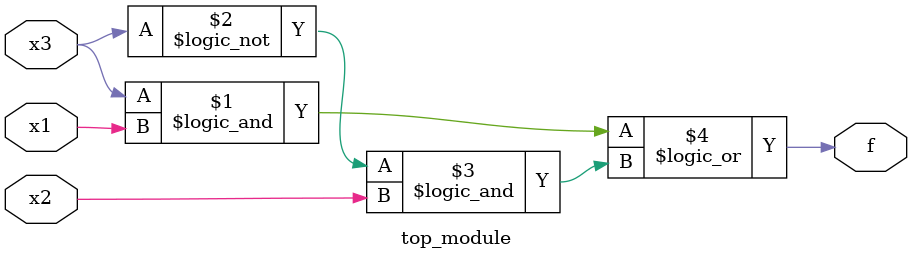
<source format=v>
module top_module( 
    input x3,
    input x2,
    input x1,  // three inputs
    output f   // one output
);
    assign f = (x3 && x1) || (!x3 && x2);
endmodule

</source>
